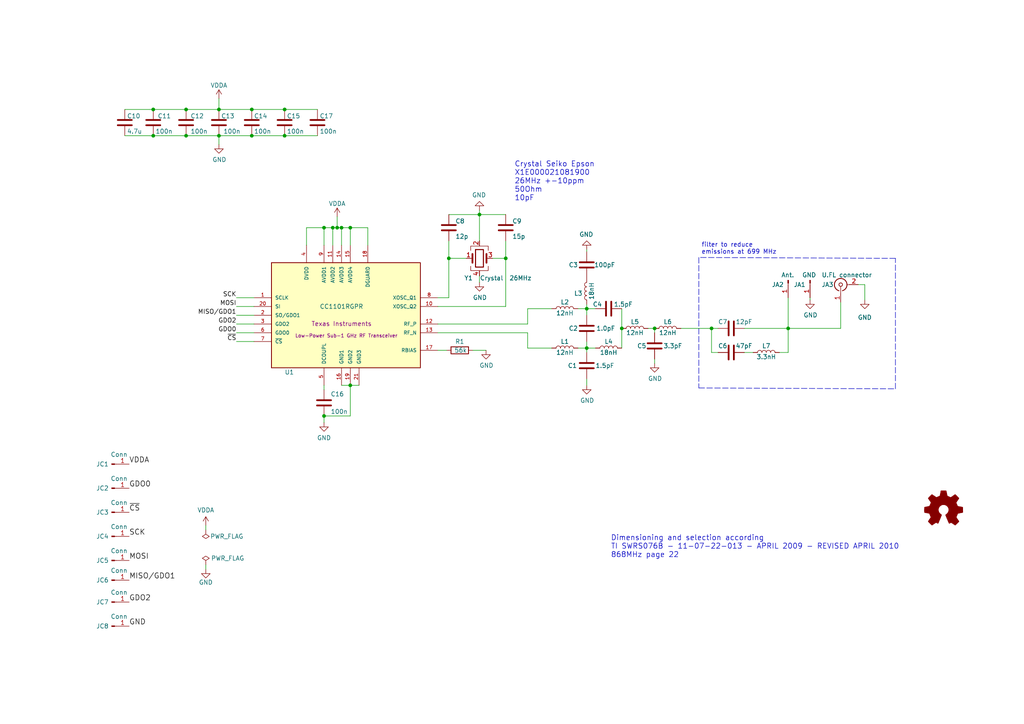
<source format=kicad_sch>
(kicad_sch (version 20211123) (generator eeschema)
  (paper "A4")
  (title_block (title "CC1101_868MHz_UFL_RF_Modul_FUEL4EP") (date "2023-08-27") (rev "1.0") (company "(C) FUEL4EP 2023") (comment 1 "fork of Jérômes CC1101_module https://github.com/jp112sdl/CC1101_Module ") (comment 2 "Creative Commons License, non-commercial") (comment 3 "for AsksinPP DIY devices") (comment 4 "868.3 MHz CC1101 RF tranceiver module prepared for JLCPCB assembly"))
  (lib_symbols
    (symbol "Connector:Conn_01x01_Male" (pin_names (offset 1.016) hide)
      (property "Reference" "J" (at 0 2.54 0))
      (property "Value" "Conn_01x01_Male" (at 0 -2.54 0))
      (symbol "Conn_01x01_Male_1_1"
        (polyline (pts (xy 1.27 0) (xy 0.8636 0)) (stroke (width 0.1524)))
        (rectangle (start 0.8636 0.127) (end 0 -0.127) (stroke (width 0.1524)) (fill (type outline)))
        (pin passive line (at 5.08 0 180) (length 3.81) (name "Pin_1") (number "1"))
      )
    )
    (symbol "Connector:Conn_Coaxial" (pin_names (offset 1.016) hide)
      (property "Reference" "J" (at 0.254 3.048 0))
      (property "Value" "Conn_Coaxial" (at 2.921 0 90))
      (symbol "Conn_Coaxial_0_1"
        (arc (start -1.778 -0.508) (mid 0.2311 -1.8066) (end 1.778 0) (stroke (width 0.254)))
        (polyline (pts (xy -2.54 0) (xy -0.508 0)))
        (polyline (pts (xy 0 -2.54) (xy 0 -1.778)))
        (circle (center 0 0) (radius 0.508) (stroke (width 0.2032)))
        (arc (start 1.778 0) (mid 0.2099 1.8101) (end -1.778 0.508) (stroke (width 0.254)))
      )
      (symbol "Conn_Coaxial_1_1"
        (pin passive line (at -5.08 0 0) (length 2.54) (name "In") (number "1"))
        (pin passive line (at 0 -5.08 90) (length 2.54) (name "Ext") (number "2"))
      )
    )
    (symbol "Device:C" (pin_numbers hide) (pin_names (offset 0.254))
      (property "Reference" "C" (at 0.635 2.54 0))
      (property "Value" "C" (at 0.635 -2.54 0))
      (symbol "C_0_1"
        (polyline (pts (xy -2.032 -0.762) (xy 2.032 -0.762)) (stroke (width 0.508)))
        (polyline (pts (xy -2.032 0.762) (xy 2.032 0.762)) (stroke (width 0.508)))
      )
      (symbol "C_1_1"
        (pin passive line (at 0 3.81 270) (length 2.794) (name "~") (number "1"))
        (pin passive line (at 0 -3.81 90) (length 2.794) (name "~") (number "2"))
      )
    )
    (symbol "Device:Crystal_GND24" (pin_names (offset 1.016) hide)
      (property "Reference" "Y" (at 3.175 5.08 0))
      (property "Value" "Crystal_GND24" (at 3.175 3.175 0))
      (symbol "Crystal_GND24_0_1"
        (rectangle (start -1.143 2.54) (end 1.143 -2.54) (stroke (width 0.3048)))
        (polyline (pts (xy -2.54 0) (xy -2.032 0)))
        (polyline (pts (xy -2.032 -1.27) (xy -2.032 1.27)) (stroke (width 0.508)))
        (polyline (pts (xy 0 -3.81) (xy 0 -3.556)))
        (polyline (pts (xy 0 3.556) (xy 0 3.81)))
        (polyline (pts (xy 2.032 -1.27) (xy 2.032 1.27)) (stroke (width 0.508)))
        (polyline (pts (xy 2.032 0) (xy 2.54 0)))
        (polyline (pts (xy -2.54 -2.286) (xy -2.54 -3.556) (xy 2.54 -3.556) (xy 2.54 -2.286)))
        (polyline (pts (xy -2.54 2.286) (xy -2.54 3.556) (xy 2.54 3.556) (xy 2.54 2.286)))
      )
      (symbol "Crystal_GND24_1_1"
        (pin passive line (at -3.81 0 0) (length 1.27) (name "1") (number "1"))
        (pin passive line (at 0 5.08 270) (length 1.27) (name "2") (number "2"))
        (pin passive line (at 3.81 0 180) (length 1.27) (name "3") (number "3"))
        (pin passive line (at 0 -5.08 90) (length 1.27) (name "4") (number "4"))
      )
    )
    (symbol "Device:L" (pin_numbers hide) (pin_names (offset 1.016) hide)
      (property "Reference" "L" (at -1.27 0 90))
      (property "Value" "L" (at 1.905 0 90))
      (symbol "L_0_1"
        (arc (start 0 -2.54) (mid 0.635 -1.905) (end 0 -1.27))
        (arc (start 0 -1.27) (mid 0.635 -0.635) (end 0 0))
        (arc (start 0 0) (mid 0.635 0.635) (end 0 1.27))
        (arc (start 0 1.27) (mid 0.635 1.905) (end 0 2.54))
      )
      (symbol "L_1_1"
        (pin passive line (at 0 3.81 270) (length 1.27) (name "1") (number "1"))
        (pin passive line (at 0 -3.81 90) (length 1.27) (name "2") (number "2"))
      )
    )
    (symbol "Device:R" (pin_numbers hide) (pin_names (offset 0))
      (property "Reference" "R" (at 2.032 0 90))
      (property "Value" "R" (at 0 0 90))
      (symbol "R_0_1"
        (rectangle (start -1.016 -2.54) (end 1.016 2.54) (stroke (width 0.254)))
      )
      (symbol "R_1_1"
        (pin passive line (at 0 3.81 270) (length 1.27) (name "~") (number "1"))
        (pin passive line (at 0 -3.81 90) (length 1.27) (name "~") (number "2"))
      )
    )
    (symbol "FUEL4EP:CC1101RGPR" (pin_names (offset 1.016))
      (property "Reference" "U" (at -20.955 -18.415 0))
      (property "Value" "CC1101RGPR" (at -6.35 2.54 0))
      (symbol "CC1101RGPR_0_0"
        (rectangle (start -20.32 -15.24) (end 22.86 15.24) (stroke (width 0.254)) (fill (type background)))
        (pin input line (at -25.4 5.08 0) (length 5.08) (name "SCLK") (number "1"))
        (pin bidirectional line (at 27.94 2.54 180) (length 5.08) (name "XOSC_Q2") (number "10"))
        (pin power_in line (at -2.54 20.32 270) (length 5.08) (name "AVDD2") (number "11"))
        (pin bidirectional line (at 27.94 -2.54 180) (length 5.08) (name "RF_P") (number "12"))
        (pin bidirectional line (at 27.94 -5.08 180) (length 5.08) (name "RF_N") (number "13"))
        (pin power_in line (at 0 20.32 270) (length 5.08) (name "AVDD3") (number "14"))
        (pin power_in line (at 2.54 20.32 270) (length 5.08) (name "AVDD4") (number "15"))
        (pin power_in line (at 0 -20.32 90) (length 5.08) (name "GND1") (number "16"))
        (pin bidirectional line (at 27.94 -10.16 180) (length 5.08) (name "RBIAS") (number "17"))
        (pin power_in line (at 7.62 20.32 270) (length 5.08) (name "DGUARD") (number "18"))
        (pin power_in line (at 2.54 -20.32 90) (length 5.08) (name "GND2") (number "19"))
        (pin bidirectional line (at -25.4 0 0) (length 5.08) (name "SO/GDO1") (number "2"))
        (pin input line (at -25.4 2.54 0) (length 5.08) (name "SI") (number "20"))
        (pin power_in line (at 5.08 -20.32 90) (length 5.08) (name "GND3") (number "21"))
        (pin output line (at -25.4 -2.54 0) (length 5.08) (name "GDO2") (number "3"))
        (pin power_in line (at -10.16 20.32 270) (length 5.08) (name "DVDD") (number "4"))
        (pin bidirectional line (at -5.08 -20.32 90) (length 5.08) (name "DCOUPL") (number "5"))
        (pin output line (at -25.4 -5.08 0) (length 5.08) (name "GDO0") (number "6"))
        (pin input line (at -25.4 -7.62 0) (length 5.08) (name "~{CS}") (number "7"))
        (pin bidirectional line (at 27.94 5.08 180) (length 5.08) (name "XOSC_Q1") (number "8"))
        (pin power_in line (at -5.08 20.32 270) (length 5.08) (name "AVDD1") (number "9"))
      )
    )
    (symbol "Graphic:Logo_Open_Hardware_Small" (pin_names (offset 1.016))
      (symbol "Logo_Open_Hardware_Small_0_1"
        (polyline (pts (xy 3.3528 -4.3434) (xy 3.302 -4.318) (xy 3.175 -4.2418) (xy 2.9972 -4.1148) (xy 2.7686 -3.9624) (xy 2.54 -3.81) (xy 2.3622 -3.7084) (xy 2.2352 -3.6068) (xy 2.1844 -3.5814) (xy 2.159 -3.6068) (xy 2.0574 -3.6576) (xy 1.905 -3.7338) (xy 1.8034 -3.7846) (xy 1.6764 -3.8354) (xy 1.6002 -3.8354) (xy 1.6002 -3.8354) (xy 1.5494 -3.7338) (xy 1.4732 -3.5306) (xy 1.3462 -3.302) (xy 1.2446 -3.0226) (xy 1.1176 -2.7178) (xy 0.9652 -2.413) (xy 0.8636 -2.1082) (xy 0.7366 -1.8288) (xy 0.6604 -1.6256) (xy 0.6096 -1.4732) (xy 0.5842 -1.397) (xy 0.5842 -1.397) (xy 0.6604 -1.3208) (xy 0.7874 -1.2446) (xy 1.0414 -1.016) (xy 1.2954 -0.6858) (xy 1.4478 -0.3302) (xy 1.524 0.0762) (xy 1.4732 0.4572) (xy 1.3208 0.8128) (xy 1.0668 1.143) (xy 0.762 1.3716) (xy 0.4064 1.524) (xy 0 1.5748) (xy -0.381 1.5494) (xy -0.7366 1.397) (xy -1.0668 1.143) (xy -1.2192 0.9906) (xy -1.397 0.6604) (xy -1.524 0.3048) (xy -1.524 0.2286) (xy -1.4986 -0.1778) (xy -1.397 -0.5334) (xy -1.1938 -0.8636) (xy -0.9144 -1.143) (xy -0.8636 -1.1684) (xy -0.7366 -1.27) (xy -0.635 -1.3462) (xy -0.5842 -1.397) (xy -1.0668 -2.5908) (xy -1.143 -2.794) (xy -1.2954 -3.1242) (xy -1.397 -3.4036) (xy -1.4986 -3.6322) (xy -1.5748 -3.7846) (xy -1.6002 -3.8354) (xy -1.6002 -3.8354) (xy -1.651 -3.8354) (xy -1.7272 -3.81) (xy -1.905 -3.7338) (xy -2.0066 -3.683) (xy -2.1336 -3.6068) (xy -2.2098 -3.5814) (xy -2.2606 -3.6068) (xy -2.3622 -3.683) (xy -2.54 -3.81) (xy -2.7686 -3.9624) (xy -2.9718 -4.0894) (xy -3.1496 -4.2164) (xy -3.302 -4.318) (xy -3.3528 -4.3434) (xy -3.3782 -4.3434) (xy -3.429 -4.318) (xy -3.5306 -4.2164) (xy -3.7084 -4.064) (xy -3.937 -3.8354) (xy -3.9624 -3.81) (xy -4.1656 -3.6068) (xy -4.318 -3.4544) (xy -4.4196 -3.3274) (xy -4.445 -3.2766) (xy -4.445 -3.2766) (xy -4.4196 -3.2258) (xy -4.318 -3.0734) (xy -4.2164 -2.8956) (xy -4.064 -2.667) (xy -3.6576 -2.0828) (xy -3.8862 -1.5494) (xy -3.937 -1.3716) (xy -4.0386 -1.1684) (xy -4.0894 -1.0414) (xy -4.1148 -0.9652) (xy -4.191 -0.9398) (xy -4.318 -0.9144) (xy -4.5466 -0.8636) (xy -4.8006 -0.8128) (xy -5.0546 -0.7874) (xy -5.2578 -0.7366) (xy -5.4356 -0.7112) (xy -5.5118 -0.6858) (xy -5.5118 -0.6858) (xy -5.5372 -0.635) (xy -5.5372 -0.5588) (xy -5.5372 -0.4318) (xy -5.5626 -0.2286) (xy -5.5626 0.0762) (xy -5.5626 0.127) (xy -5.5372 0.4064) (xy -5.5372 0.635) (xy -5.5372 0.762) (xy -5.5372 0.8382) (xy -5.5372 0.8382) (xy -5.461 0.8382) (xy -5.3086 0.889) (xy -5.08 0.9144) (xy -4.826 0.9652) (xy -4.8006 0.9906) (xy -4.5466 1.0414) (xy -4.318 1.0668) (xy -4.1656 1.1176) (xy -4.0894 1.143) (xy -4.0894 1.143) (xy -4.0386 1.2446) (xy -3.9624 1.4224) (xy -3.8608 1.6256) (xy -3.7846 1.8288) (xy -3.7084 2.0066) (xy -3.6576 2.159) (xy -3.6322 2.2098) (xy -3.6322 2.2098) (xy -3.683 2.286) (xy -3.7592 2.413) (xy -3.8862 2.5908) (xy -4.064 2.8194) (xy -4.064 2.8448) (xy -4.2164 3.0734) (xy -4.3434 3.2512) (xy -4.4196 3.3782) (xy -4.445 3.4544) (xy -4.445 3.4544) (xy -4.3942 3.5052) (xy -4.2926 3.6322) (xy -4.1148 3.81) (xy -3.937 4.0132) (xy -3.8608 4.064) (xy -3.6576 4.2926) (xy -3.5052 4.4196) (xy -3.4036 4.4958) (xy -3.3528 4.5212) (xy -3.3528 4.5212) (xy -3.302 4.4704) (xy -3.1496 4.3688) (xy -2.9718 4.2418) (xy -2.7432 4.0894) (xy -2.7178 4.0894) (xy -2.4892 3.937) (xy -2.3114 3.81) (xy -2.1844 3.7084) (xy -2.1336 3.683) (xy -2.1082 3.683) (xy -2.032 3.7084) (xy -1.8542 3.7592) (xy -1.6764 3.8354) (xy -1.4732 3.937) (xy -1.27 4.0132) (xy -1.143 4.064) (xy -1.0668 4.1148) (xy -1.0668 4.1148) (xy -1.0414 4.191) (xy -1.016 4.3434) (xy -0.9652 4.572) (xy -0.9144 4.8514) (xy -0.889 4.9022) (xy -0.8382 5.1562) (xy -0.8128 5.3848) (xy -0.7874 5.5372) (xy -0.762 5.588) (xy -0.7112 5.6134) (xy -0.5842 5.6134) (xy -0.4064 5.6134) (xy -0.1524 5.6134) (xy 0.0762 5.6134) (xy 0.3302 5.6134) (xy 0.5334 5.6134) (xy 0.6858 5.588) (xy 0.7366 5.588) (xy 0.7366 5.588) (xy 0.762 5.5118) (xy 0.8128 5.334) (xy 0.8382 5.1054) (xy 0.9144 4.826) (xy 0.9144 4.7752) (xy 0.9652 4.5212) (xy 1.016 4.2926) (xy 1.0414 4.1402) (xy 1.0668 4.0894) (xy 1.0668 4.0894) (xy 1.1938 4.0386) (xy 1.3716 3.9624) (xy 1.5748 3.8608) (xy 2.0828 3.6576) (xy 2.7178 4.0894) (xy 2.7686 4.1402) (xy 2.9972 4.2926) (xy 3.175 4.4196) (xy 3.302 4.4958) (xy 3.3782 4.5212) (xy 3.3782 4.5212) (xy 3.429 4.4704) (xy 3.556 4.3434) (xy 3.7338 4.191) (xy 3.9116 3.9878) (xy 4.064 3.8354) (xy 4.2418 3.6576) (xy 4.3434 3.556) (xy 4.4196 3.4798) (xy 4.4196 3.429) (xy 4.4196 3.4036) (xy 4.3942 3.3274) (xy 4.2926 3.2004) (xy 4.1656 2.9972) (xy 4.0132 2.794) (xy 3.8862 2.5908) (xy 3.7592 2.3876) (xy 3.6576 2.2352) (xy 3.6322 2.159) (xy 3.6322 2.1336) (xy 3.683 2.0066) (xy 3.7592 1.8288) (xy 3.8608 1.6002) (xy 4.064 1.1176) (xy 4.3942 1.0414) (xy 4.5974 1.016) (xy 4.8768 0.9652) (xy 5.1308 0.9144) (xy 5.5372 0.8382) (xy 5.5626 -0.6604) (xy 5.4864 -0.6858) (xy 5.4356 -0.6858) (xy 5.2832 -0.7366) (xy 5.0546 -0.762) (xy 4.8006 -0.8128) (xy 4.5974 -0.8636) (xy 4.3688 -0.9144) (xy 4.2164 -0.9398) (xy 4.1402 -0.9398) (xy 4.1148 -0.9652) (xy 4.064 -1.0668) (xy 3.9878 -1.2446) (xy 3.9116 -1.4478) (xy 3.81 -1.651) (xy 3.7338 -1.8542) (xy 3.683 -2.0066) (xy 3.6576 -2.0828) (xy 3.683 -2.1336) (xy 3.7846 -2.2606) (xy 3.8862 -2.4638) (xy 4.0386 -2.667) (xy 4.191 -2.8956) (xy 4.318 -3.0734) (xy 4.3942 -3.2004) (xy 4.445 -3.2766) (xy 4.4196 -3.3274) (xy 4.3434 -3.429) (xy 4.1656 -3.5814) (xy 3.937 -3.8354) (xy 3.8862 -3.8608) (xy 3.683 -4.064) (xy 3.5306 -4.2164) (xy 3.4036 -4.318) (xy 3.3528 -4.3434)) (fill (type outline)))
      )
    )
    (symbol "power:GND" (power) (pin_names (offset 0))
      (property "Value" "GND" (at 0 -3.81 0))
      (symbol "GND_0_1"
        (polyline (pts (xy 0 0) (xy 0 -1.27) (xy 1.27 -1.27) (xy 0 -2.54) (xy -1.27 -1.27) (xy 0 -1.27)))
      )
      (symbol "GND_1_1"
        (pin power_in line (at 0 0 270) (length 0) hide (name "GND") (number "1"))
      )
    )
    (symbol "power:PWR_FLAG" (power) (pin_numbers hide) (pin_names (offset 0) hide)
      (property "Value" "PWR_FLAG" (at 0 3.81 0))
      (symbol "PWR_FLAG_0_0"
        (pin power_out line (at 0 0 90) (length 0) (name "pwr") (number "1"))
      )
      (symbol "PWR_FLAG_0_1"
        (polyline (pts (xy 0 0) (xy 0 1.27) (xy -1.016 1.905) (xy 0 2.54) (xy 1.016 1.905) (xy 0 1.27)))
      )
    )
    (symbol "power:VDDA" (power) (pin_names (offset 0))
      (property "Value" "VDDA" (at 0 3.81 0))
      (symbol "VDDA_0_1"
        (polyline (pts (xy -0.762 1.27) (xy 0 2.54)))
        (polyline (pts (xy 0 0) (xy 0 2.54)))
        (polyline (pts (xy 0 2.54) (xy 0.762 1.27)))
      )
      (symbol "VDDA_1_1"
        (pin power_in line (at 0 0 90) (length 0) hide (name "VDDA") (number "1"))
      )
    )
  )
  (junction (at 73.025 31.75))
  (junction (at 101.6 66.04))
  (junction (at 63.5 39.37))
  (junction (at 44.45 39.37))
  (junction (at 82.55 31.75))
  (junction (at 97.79 66.04))
  (junction (at 93.98 66.04))
  (junction (at 53.975 39.37))
  (junction (at 146.685 74.93))
  (junction (at 228.6 95.25))
  (junction (at 63.5 31.75))
  (junction (at 180.34 95.25))
  (junction (at 44.45 31.75))
  (junction (at 170.18 100.965))
  (junction (at 73.025 39.37))
  (junction (at 82.55 39.37))
  (junction (at 130.175 74.93))
  (junction (at 93.98 120.65))
  (junction (at 99.06 66.04))
  (junction (at 206.375 95.25))
  (junction (at 189.865 95.25))
  (junction (at 139.065 62.23))
  (junction (at 101.6 111.76))
  (junction (at 53.975 31.75))
  (junction (at 96.52 66.04))
  (junction (at 170.18 89.535))
  (wire (pts (xy 139.065 62.23) (xy 130.175 62.23)))
  (wire (pts (xy 146.685 62.23) (xy 139.065 62.23)))
  (wire (pts (xy 170.18 89.535) (xy 170.18 91.44)))
  (wire (pts (xy 101.6 120.65) (xy 93.98 120.65)))
  (wire (pts (xy 73.025 31.75) (xy 82.55 31.75)))
  (wire (pts (xy 44.45 39.37) (xy 53.975 39.37)))
  (wire (pts (xy 44.45 31.75) (xy 53.975 31.75)))
  (wire (pts (xy 127 96.52) (xy 153.035 96.52)))
  (wire (pts (xy 88.9 66.04) (xy 88.9 71.12)))
  (wire (pts (xy 139.065 62.23) (xy 139.065 69.85)))
  (wire (pts (xy 97.79 66.04) (xy 99.06 66.04)))
  (wire (pts (xy 170.18 100.965) (xy 170.18 99.06)))
  (wire (pts (xy 82.55 38.735) (xy 82.55 39.37)))
  (wire (pts (xy 170.18 88.265) (xy 170.18 89.535)))
  (wire (pts (xy 139.065 60.96) (xy 139.065 62.23)))
  (wire (pts (xy 197.485 95.25) (xy 206.375 95.25)))
  (wire (pts (xy 167.64 100.965) (xy 170.18 100.965)))
  (wire (pts (xy 101.6 66.04) (xy 106.68 66.04)))
  (wire (pts (xy 189.865 95.25) (xy 189.865 96.52)))
  (wire (pts (xy 130.175 74.93) (xy 130.175 86.36)))
  (wire (pts (xy 180.34 95.25) (xy 180.34 100.965)))
  (wire (pts (xy 170.18 100.965) (xy 170.18 102.235)))
  (wire (pts (xy 208.28 102.235) (xy 206.375 102.235)))
  (wire (pts (xy 130.175 86.36) (xy 127 86.36)))
  (wire (pts (xy 63.5 28.575) (xy 63.5 31.75)))
  (polyline (pts (xy 202.692 112.522) (xy 259.715 112.776)))
  (wire (pts (xy 106.68 66.04) (xy 106.68 71.12)))
  (wire (pts (xy 99.06 66.04) (xy 99.06 71.12)))
  (wire (pts (xy 63.5 39.37) (xy 63.5 41.91)))
  (wire (pts (xy 68.58 93.98) (xy 73.66 93.98)))
  (wire (pts (xy 63.5 31.75) (xy 73.025 31.75)))
  (wire (pts (xy 250.825 82.55) (xy 250.825 86.995)))
  (wire (pts (xy 228.6 86.36) (xy 228.6 95.25)))
  (wire (pts (xy 127 93.98) (xy 153.035 93.98)))
  (polyline (pts (xy 259.715 74.93) (xy 202.692 74.676)))
  (wire (pts (xy 68.58 96.52) (xy 73.66 96.52)))
  (wire (pts (xy 59.69 163.83) (xy 59.69 165.1)))
  (wire (pts (xy 82.55 39.37) (xy 92.075 39.37)))
  (wire (pts (xy 243.84 95.25) (xy 243.84 87.63)))
  (wire (pts (xy 153.035 89.535) (xy 160.02 89.535)))
  (polyline (pts (xy 259.715 112.776) (xy 259.715 74.93)))
  (wire (pts (xy 97.79 62.865) (xy 97.79 66.04)))
  (wire (pts (xy 170.18 100.965) (xy 172.72 100.965)))
  (wire (pts (xy 153.035 93.98) (xy 153.035 89.535)))
  (wire (pts (xy 127 88.9) (xy 146.685 88.9)))
  (wire (pts (xy 153.035 100.965) (xy 160.02 100.965)))
  (wire (pts (xy 101.6 111.76) (xy 99.06 111.76)))
  (wire (pts (xy 206.375 95.25) (xy 208.28 95.25)))
  (wire (pts (xy 36.195 31.75) (xy 44.45 31.75)))
  (wire (pts (xy 248.92 82.55) (xy 250.825 82.55)))
  (wire (pts (xy 36.195 39.37) (xy 44.45 39.37)))
  (wire (pts (xy 170.18 72.39) (xy 170.18 73.025)))
  (wire (pts (xy 82.55 31.75) (xy 92.075 31.75)))
  (wire (pts (xy 130.175 69.85) (xy 130.175 74.93)))
  (wire (pts (xy 180.34 89.535) (xy 180.34 95.25)))
  (wire (pts (xy 215.9 95.25) (xy 228.6 95.25)))
  (wire (pts (xy 93.98 66.04) (xy 88.9 66.04)))
  (wire (pts (xy 53.975 39.37) (xy 63.5 39.37)))
  (wire (pts (xy 68.58 88.9) (xy 73.66 88.9)))
  (wire (pts (xy 93.98 66.04) (xy 96.52 66.04)))
  (wire (pts (xy 101.6 66.04) (xy 101.6 71.12)))
  (wire (pts (xy 228.6 102.235) (xy 226.06 102.235)))
  (wire (pts (xy 101.6 111.76) (xy 101.6 120.65)))
  (wire (pts (xy 146.685 74.93) (xy 146.685 88.9)))
  (wire (pts (xy 68.58 86.36) (xy 73.66 86.36)))
  (wire (pts (xy 68.58 99.06) (xy 73.66 99.06)))
  (wire (pts (xy 99.06 66.04) (xy 101.6 66.04)))
  (wire (pts (xy 206.375 102.235) (xy 206.375 95.25)))
  (wire (pts (xy 93.98 120.65) (xy 93.98 122.555)))
  (wire (pts (xy 96.52 66.04) (xy 96.52 71.12)))
  (wire (pts (xy 228.6 95.25) (xy 228.6 102.235)))
  (wire (pts (xy 139.065 80.01) (xy 139.065 81.915)))
  (wire (pts (xy 234.95 86.36) (xy 234.95 86.995)))
  (wire (pts (xy 218.44 102.235) (xy 215.9 102.235)))
  (wire (pts (xy 170.18 109.855) (xy 170.18 111.76)))
  (wire (pts (xy 167.64 89.535) (xy 170.18 89.535)))
  (wire (pts (xy 68.58 91.44) (xy 73.66 91.44)))
  (polyline (pts (xy 202.692 74.676) (xy 202.692 112.522)))
  (wire (pts (xy 146.685 74.93) (xy 146.685 69.85)))
  (wire (pts (xy 130.175 74.93) (xy 135.255 74.93)))
  (wire (pts (xy 101.6 111.76) (xy 104.14 111.76)))
  (wire (pts (xy 127 101.6) (xy 129.54 101.6)))
  (wire (pts (xy 96.52 66.04) (xy 97.79 66.04)))
  (wire (pts (xy 153.035 96.52) (xy 153.035 100.965)))
  (wire (pts (xy 63.5 39.37) (xy 73.025 39.37)))
  (wire (pts (xy 73.025 39.37) (xy 82.55 39.37)))
  (wire (pts (xy 142.875 74.93) (xy 146.685 74.93)))
  (wire (pts (xy 137.16 101.6) (xy 140.97 101.6)))
  (wire (pts (xy 53.975 31.75) (xy 63.5 31.75)))
  (wire (pts (xy 93.98 111.76) (xy 93.98 113.03)))
  (wire (pts (xy 228.6 95.25) (xy 243.84 95.25)))
  (wire (pts (xy 59.69 152.4) (xy 59.69 153.67)))
  (wire (pts (xy 187.96 95.25) (xy 189.865 95.25)))
  (wire (pts (xy 189.865 104.14) (xy 189.865 105.41)))
  (wire (pts (xy 170.18 89.535) (xy 172.72 89.535)))
  (wire (pts (xy 93.98 71.12) (xy 93.98 66.04)))
  (text "Dimensioning and selection according \nTI SWRS076B - 11-07-22-013 - APRIL 2009 - REVISED APRIL 2010\n868MHz page 22" (at 177.165 161.925 0) (effects (font (size 1.524 1.524)) (justify left bottom)))
  (text "filter to reduce\nemissions at 699 MHz" (at 203.454 73.914 0) (effects (font (size 1.27 1.27)) (justify left bottom)))
  (text "Crystal Seiko Epson\nX1E000021081900\n26MHz +-10ppm\n50Ohm\n10pF" (at 149.225 58.42 0) (effects (font (size 1.524 1.524)) (justify left bottom)))
  (label "MISO{slash}GDO1" (at 68.58 91.44 180))
  (label "GDO0" (at 68.58 96.52 180))
  (label "GDO2" (at 37.465 174.625 0) (effects (font (size 1.524 1.524))))
  (label "MOSI" (at 68.58 88.9 180))
  (label "GND" (at 37.465 181.61 0) (effects (font (size 1.524 1.524))))
  (label "~{CS}" (at 37.465 148.59 0) (effects (font (size 1.524 1.524))))
  (label "GDO2" (at 68.58 93.98 180))
  (label "MISO{slash}GDO1" (at 37.465 168.275 0) (effects (font (size 1.524 1.524))))
  (label "VDDA" (at 37.465 134.62 0) (effects (font (size 1.524 1.524))))
  (label "SCK" (at 68.58 86.36 180))
  (label "MOSI" (at 37.465 162.56 0) (effects (font (size 1.524 1.524))))
  (label "~{CS}" (at 68.58 99.06 180))
  (label "GDO0" (at 37.465 141.605 0) (effects (font (size 1.524 1.524))))
  (label "SCK" (at 37.465 155.575 0) (effects (font (size 1.524 1.524))))
  (symbol (lib_id "Connector:Conn_01x01_Male") (at 32.385 155.575 0) (unit 1)
    (property "Reference" "JC4" (at 29.718 155.575 0))
    (property "Value" "Conn" (at 34.544 152.781 0))
    (property "Footprint" "FUEL4EP:castellated_hole_Pitch1.27mm_Drill0.65mm_rounded" (effects hide))
  )
  (symbol (lib_id "Device:C") (at 73.025 35.56 0) (unit 1)
    (property "Reference" "C14" (at 73.66 33.655 0) (effects (justify left)))
    (property "Value" "100n" (at 73.66 38.1 0) (effects (justify left)))
    (property "Footprint" "Capacitor_SMD:C_0402_1005Metric" (effects hide))
    (property "LCSC" "C1525" (effects hide))
    (property "TYPE" "0402" (effects hide))
  )
  (symbol (lib_id "power:GND") (at 234.95 86.995 0) (unit 1)
    (property "Reference" "#PWR0103" (effects hide))
    (property "Value" "GND" (at 235.077 91.3892 0))
  )
  (symbol (lib_id "Device:C") (at 189.865 100.33 0) (mirror x) (unit 1)
    (property "Reference" "C5" (at 184.785 100.33 0) (effects (justify left)))
    (property "Value" "3.3pF" (at 192.405 100.33 0) (effects (justify left)))
    (property "Footprint" "Capacitor_SMD:C_0402_1005Metric" (effects hide))
    (property "LCSC" "C1565" (effects hide))
    (property "TYPE" "0402" (effects hide))
  )
  (symbol (lib_id "Device:L") (at 184.15 95.25 90) (unit 1)
    (property "Reference" "L5" (at 184.15 93.345 90))
    (property "Value" "12nH" (at 184.15 96.52 90))
    (property "Footprint" "Inductor_SMD:L_0402_1005Metric" (effects hide))
    (property "LCSC" "C2043991" (effects hide))
    (property "TYPE" "0402" (effects hide))
  )
  (symbol (lib_id "power:GND") (at 59.69 165.1 0) (unit 1)
    (property "Reference" "#PWR0105" (effects hide))
    (property "Value" "GND" (at 59.69 168.91 0))
  )
  (symbol (lib_id "Device:L") (at 222.25 102.235 90) (unit 1)
    (property "Reference" "L7" (at 222.25 100.33 90))
    (property "Value" "3.3nH" (at 222.25 103.505 90))
    (property "Footprint" "Inductor_SMD:L_0402_1005Metric" (effects hide))
    (property "LCSC" "C412273" (effects hide))
    (property "TYPE" "0402" (effects hide))
  )
  (symbol (lib_id "Device:C") (at 82.55 35.56 0) (unit 1)
    (property "Reference" "C15" (at 83.185 33.655 0) (effects (justify left)))
    (property "Value" "100n" (at 83.185 38.1 0) (effects (justify left)))
    (property "Footprint" "Capacitor_SMD:C_0402_1005Metric" (effects hide))
    (property "LCSC" "C1525" (effects hide))
    (property "TYPE" "0402" (effects hide))
  )
  (symbol (lib_id "Graphic:Logo_Open_Hardware_Small") (at 273.685 147.955 0) (unit 1)
    (property "Reference" "LOGO1" (effects hide))
    (property "Value" "Logo_Open_Hardware_Small" (effects hide))
    (property "Footprint" "FUEL4EP:CC-BY-ND-SA_bottom" (effects hide))
  )
  (symbol (lib_id "Device:L") (at 176.53 100.965 90) (unit 1)
    (property "Reference" "L4" (at 176.53 99.06 90))
    (property "Value" "18nH" (at 176.53 102.235 90))
    (property "Footprint" "Inductor_SMD:L_0402_1005Metric" (effects hide))
    (property "LCSC" "C908004" (effects hide))
    (property "TYPE" "0402" (effects hide))
  )
  (symbol (lib_id "Device:L") (at 170.18 84.455 180) (unit 1)
    (property "Reference" "L3" (at 166.497 85.09 0) (effects (justify right)))
    (property "Value" "18nH" (at 171.577 86.995 90) (effects (justify right)))
    (property "Footprint" "Inductor_SMD:L_0402_1005Metric" (effects hide))
    (property "LCSC" "C908004" (effects hide))
    (property "TYPE" "0402" (effects hide))
  )
  (symbol (lib_id "Device:C") (at 63.5 35.56 0) (unit 1)
    (property "Reference" "C13" (at 64.135 33.655 0) (effects (justify left)))
    (property "Value" "100n" (at 64.77 38.1 0) (effects (justify left)))
    (property "Footprint" "Capacitor_SMD:C_0402_1005Metric" (effects hide))
    (property "LCSC" "C1525" (effects hide))
    (property "TYPE" "0402" (effects hide))
  )
  (symbol (lib_id "Device:L") (at 163.83 100.965 90) (unit 1)
    (property "Reference" "L1" (at 163.83 99.06 90))
    (property "Value" "12nH" (at 163.83 102.235 90))
    (property "Footprint" "Inductor_SMD:L_0402_1005Metric" (effects hide))
    (property "LCSC" "C2043991" (effects hide))
    (property "TYPE" "0402" (effects hide))
  )
  (symbol (lib_id "power:GND") (at 140.97 101.6 0) (unit 1)
    (property "Reference" "#PWR01" (effects hide))
    (property "Value" "GND" (at 141.097 105.9942 0))
  )
  (symbol (lib_id "Device:C") (at 212.09 95.25 270) (mirror x) (unit 1)
    (property "Reference" "C7" (at 208.28 93.345 90) (effects (justify left)))
    (property "Value" "12pF" (at 213.36 93.345 90) (effects (justify left)))
    (property "Footprint" "Capacitor_SMD:C_0402_1005Metric" (effects hide))
    (property "LCSC" "C1547" (effects hide))
    (property "TYPE" "0402" (effects hide))
  )
  (symbol (lib_id "power:GND") (at 139.065 81.915 0) (unit 1)
    (property "Reference" "#PWR0101" (effects hide))
    (property "Value" "GND" (at 139.192 86.3092 0))
  )
  (symbol (lib_id "Connector:Conn_Coaxial") (at 243.84 82.55 90) (unit 1)
    (property "Reference" "JA3" (at 240.03 82.55 90))
    (property "Value" "U.FL connector" (at 245.618 79.756 90))
    (property "Footprint" "FUEL4EP:U.FL_Molex_MCRF_73412-0110_Vertical" (effects hide))
    (property "Datasheet" " ~" (effects hide))
  )
  (symbol (lib_id "Device:C") (at 212.09 102.235 270) (mirror x) (unit 1)
    (property "Reference" "C6" (at 208.28 100.33 90) (effects (justify left)))
    (property "Value" "47pF" (at 213.36 100.33 90) (effects (justify left)))
    (property "Footprint" "Capacitor_SMD:C_0402_1005Metric" (effects hide))
    (property "LCSC" "C384800" (effects hide))
    (property "TYPE" "0402" (effects hide))
  )
  (symbol (lib_id "power:GND") (at 139.065 60.96 180) (unit 1)
    (property "Reference" "#PWR02" (effects hide))
    (property "Value" "GND" (at 138.938 56.5658 0))
  )
  (symbol (lib_id "power:VDDA") (at 59.69 152.4 0) (unit 1)
    (property "Reference" "#PWR0104" (effects hide))
    (property "Value" "VDDA" (at 59.69 147.955 0))
  )
  (symbol (lib_id "power:PWR_FLAG") (at 59.69 153.67 180) (unit 1)
    (property "Reference" "#FLG0101" (effects hide))
    (property "Value" "PWR_FLAG" (at 60.96 155.575 0) (effects (justify right)))
  )
  (symbol (lib_id "power:GND") (at 189.865 105.41 0) (unit 1)
    (property "Reference" "#PWR07" (effects hide))
    (property "Value" "GND" (at 189.992 109.8042 0))
  )
  (symbol (lib_id "power:VDDA") (at 63.5 28.575 0) (unit 1)
    (property "Reference" "#PWR08" (effects hide))
    (property "Value" "VDDA" (at 63.5 24.765 0))
  )
  (symbol (lib_id "Connector:Conn_01x01_Male") (at 32.385 148.59 0) (unit 1)
    (property "Reference" "JC3" (at 29.718 148.59 0))
    (property "Value" "Conn" (at 34.544 145.796 0))
    (property "Footprint" "FUEL4EP:castellated_hole_Pitch1.27mm_Drill0.65mm_rounded" (effects hide))
  )
  (symbol (lib_id "power:VDDA") (at 97.79 62.865 0) (unit 1)
    (property "Reference" "#PWR011" (effects hide))
    (property "Value" "VDDA" (at 97.79 59.055 0))
  )
  (symbol (lib_id "FUEL4EP:CC1101RGPR") (at 99.06 91.44 0) (unit 1)
    (property "Reference" "U1" (at 82.55 107.95 0) (effects (justify left)))
    (property "Value" "CC1101RGPR" (at 92.71 88.9 0) (effects (justify left)))
    (property "Footprint" "Package_DFN_QFN:Texas_S-PVQFN-N20_EP2.4x2.4mm_ThermalVias" (effects hide))
    (property "Datasheet" "https://www.ti.com/lit/ds/symlink/cc1101.pdf" (effects hide))
    (property "MF" "Texas Instruments" (at 99.06 94.615 0) (effects (justify bottom)))
    (property "Description" "Low-Power Sub-1 GHz RF Transceiver" (at 100.457 97.917 0) (effects (font (size 1 1)) (justify bottom)))
    (property "Package" "QFN-20-EP(4x4)" (effects hide))
    (property "LCSC" "C29953" (effects hide))
    (property "TYPE" "QFN-20-EP(4x4)" (effects hide))
  )
  (symbol (lib_id "power:GND") (at 93.98 122.555 0) (unit 1)
    (property "Reference" "#PWR010" (effects hide))
    (property "Value" "GND" (at 93.98 127 0))
  )
  (symbol (lib_id "Device:C") (at 93.98 116.84 0) (unit 1)
    (property "Reference" "C16" (at 95.885 114.3 0) (effects (justify left)))
    (property "Value" "100n" (at 95.885 119.38 0) (effects (justify left)))
    (property "Footprint" "Capacitor_SMD:C_0402_1005Metric" (effects hide))
    (property "LCSC" "C1525" (effects hide))
    (property "TYPE" "0402" (effects hide))
  )
  (symbol (lib_id "Device:C") (at 53.975 35.56 0) (unit 1)
    (property "Reference" "C12" (at 55.245 33.655 0) (effects (justify left)))
    (property "Value" "100n" (at 55.245 38.1 0) (effects (justify left)))
    (property "Footprint" "Capacitor_SMD:C_0402_1005Metric" (effects hide))
    (property "LCSC" "C1525" (effects hide))
    (property "TYPE" "0402" (effects hide))
  )
  (symbol (lib_id "Device:C") (at 36.195 35.56 0) (unit 1)
    (property "Reference" "C10" (at 36.83 33.655 0) (effects (justify left)))
    (property "Value" "4.7u" (at 36.83 38.1 0) (effects (justify left)))
    (property "Footprint" "Capacitor_SMD:C_0402_1005Metric" (effects hide))
    (property "LCSC" "C23733" (effects hide))
    (property "TYPE" "0402" (effects hide))
  )
  (symbol (lib_id "power:GND") (at 170.18 72.39 180) (unit 1)
    (property "Reference" "#PWR05" (effects hide))
    (property "Value" "GND" (at 170.053 67.9958 0))
  )
  (symbol (lib_id "Connector:Conn_01x01_Male") (at 32.385 141.605 0) (unit 1)
    (property "Reference" "JC2" (at 29.718 141.605 0))
    (property "Value" "Conn" (at 34.544 138.811 0))
    (property "Footprint" "FUEL4EP:castellated_hole_Pitch1.27mm_Drill0.65mm_rounded" (effects hide))
  )
  (symbol (lib_id "power:GND") (at 170.18 111.76 0) (unit 1)
    (property "Reference" "#PWR06" (effects hide))
    (property "Value" "GND" (at 170.307 116.1542 0))
  )
  (symbol (lib_id "power:PWR_FLAG") (at 59.69 163.83 0) (unit 1)
    (property "Reference" "#FLG0102" (effects hide))
    (property "Value" "PWR_FLAG" (at 66.04 161.925 0))
  )
  (symbol (lib_id "Device:C") (at 130.175 66.04 0) (unit 1)
    (property "Reference" "C8" (at 132.08 64.135 0) (effects (justify left)))
    (property "Value" "12p" (at 132.08 68.58 0) (effects (justify left)))
    (property "Footprint" "Capacitor_SMD:C_0402_1005Metric" (effects hide))
    (property "LCSC" "C1547" (effects hide))
    (property "TYPE" "0402" (effects hide))
  )
  (symbol (lib_id "Device:Crystal_GND24") (at 139.065 74.93 0) (unit 1)
    (property "Reference" "Y1" (at 135.89 80.645 0))
    (property "Value" "Crystal  26MHz" (at 146.685 80.645 0))
    (property "Footprint" "Crystal:Crystal_SMD_3225-4Pin_3.2x2.5mm" (effects hide))
    (property "Datasheet" "https://datasheet.lcsc.com/lcsc/2304140030_Seiko-Epson-X1E000021081900_C91747.pdf" (effects hide))
    (property "LCSC" "C91747" (effects hide))
    (property "TYPE" "SMD3225-4P" (effects hide))
  )
  (symbol (lib_id "Device:L") (at 163.83 89.535 90) (unit 1)
    (property "Reference" "L2" (at 163.83 87.63 90))
    (property "Value" "12nH" (at 163.83 90.805 90))
    (property "Footprint" "Inductor_SMD:L_0402_1005Metric" (effects hide))
    (property "LCSC" "C2043991" (effects hide))
    (property "TYPE" "0402" (effects hide))
  )
  (symbol (lib_id "Device:C") (at 44.45 35.56 0) (unit 1)
    (property "Reference" "C11" (at 45.72 33.655 0) (effects (justify left)))
    (property "Value" "100n" (at 45.085 38.1 0) (effects (justify left)))
    (property "Footprint" "Capacitor_SMD:C_0402_1005Metric" (effects hide))
    (property "LCSC" "C1525" (effects hide))
    (property "TYPE" "0402" (effects hide))
  )
  (symbol (lib_id "power:GND") (at 63.5 41.91 0) (unit 1)
    (property "Reference" "#PWR09" (effects hide))
    (property "Value" "GND" (at 63.627 46.3042 0))
  )
  (symbol (lib_id "Device:C") (at 170.18 95.25 0) (mirror y) (unit 1)
    (property "Reference" "C2" (at 167.64 95.25 0) (effects (justify left)))
    (property "Value" "1.0pF" (at 178.435 95.25 0) (effects (justify left)))
    (property "Footprint" "Capacitor_SMD:C_0402_1005Metric" (effects hide))
    (property "LCSC" "C710646" (effects hide))
    (property "TYPE" "0402" (effects hide))
  )
  (symbol (lib_id "Device:C") (at 170.18 106.045 0) (mirror y) (unit 1)
    (property "Reference" "C1" (at 167.386 106.045 0) (effects (justify left)))
    (property "Value" "1.5pF" (at 178.181 106.045 0) (effects (justify left)))
    (property "Footprint" "Capacitor_SMD:C_0402_1005Metric" (effects hide))
    (property "LCSC" "C76901" (effects hide))
    (property "TYPE" "0402" (effects hide))
  )
  (symbol (lib_id "Connector:Conn_01x01_Male") (at 228.6 81.28 270) (unit 1)
    (property "Reference" "JA2" (at 227.33 82.55 90) (effects (justify right)))
    (property "Value" "Ant." (at 230.378 79.756 90) (effects (justify right)))
    (property "Footprint" "FUEL4EP:castellated_short_hole_Pitch2.28mm_Drill0.8mm" (effects hide))
  )
  (symbol (lib_id "Device:C") (at 170.18 76.835 0) (mirror y) (unit 1)
    (property "Reference" "C3" (at 167.64 76.835 0) (effects (justify left)))
    (property "Value" "100pF" (at 178.435 76.835 0) (effects (justify left)))
    (property "Footprint" "Capacitor_SMD:C_0402_1005Metric" (effects hide))
    (property "LCSC" "C1546" (effects hide))
    (property "TYPE" "0402" (effects hide))
  )
  (symbol (lib_id "Connector:Conn_01x01_Male") (at 32.385 174.625 0) (unit 1)
    (property "Reference" "JC7" (at 29.718 174.625 0))
    (property "Value" "Conn" (at 34.544 171.831 0))
    (property "Footprint" "FUEL4EP:castellated_hole_Pitch1.27mm_Drill0.65mm_rounded" (effects hide))
  )
  (symbol (lib_id "Device:C") (at 92.075 35.56 0) (unit 1)
    (property "Reference" "C17" (at 92.71 33.655 0) (effects (justify left)))
    (property "Value" "100n" (at 92.71 38.1 0) (effects (justify left)))
    (property "Footprint" "Capacitor_SMD:C_0402_1005Metric" (effects hide))
    (property "LCSC" "C1525" (effects hide))
    (property "TYPE" "0402" (effects hide))
  )
  (symbol (lib_id "Connector:Conn_01x01_Male") (at 32.385 168.275 0) (unit 1)
    (property "Reference" "JC6" (at 29.718 168.275 0))
    (property "Value" "Conn" (at 34.544 165.481 0))
    (property "Footprint" "FUEL4EP:castellated_hole_Pitch1.27mm_Drill0.65mm_rounded" (effects hide))
  )
  (symbol (lib_id "Device:L") (at 193.675 95.25 90) (unit 1)
    (property "Reference" "L6" (at 193.675 93.345 90))
    (property "Value" "12nH" (at 193.675 96.52 90))
    (property "Footprint" "Inductor_SMD:L_0402_1005Metric" (effects hide))
    (property "LCSC" "C2043991" (effects hide))
    (property "TYPE" "0402" (effects hide))
  )
  (symbol (lib_id "Connector:Conn_01x01_Male") (at 32.385 134.62 0) (unit 1)
    (property "Reference" "JC1" (at 29.718 134.62 0))
    (property "Value" "Conn" (at 34.544 131.826 0))
    (property "Footprint" "FUEL4EP:castellated_hole_Pitch1.27mm_Drill0.65mm" (effects hide))
  )
  (symbol (lib_id "power:GND") (at 250.825 86.995 0) (unit 1)
    (property "Reference" "#PWR0102" (effects hide))
    (property "Value" "GND" (at 250.825 92.075 0))
  )
  (symbol (lib_id "Connector:Conn_01x01_Male") (at 32.385 181.61 0) (unit 1)
    (property "Reference" "JC8" (at 29.718 181.61 0))
    (property "Value" "Conn" (at 34.544 178.816 0))
    (property "Footprint" "FUEL4EP:castellated_hole_Pitch1.27mm_Drill0.65mm_rounded" (effects hide))
  )
  (symbol (lib_id "Connector:Conn_01x01_Male") (at 32.385 162.56 0) (unit 1)
    (property "Reference" "JC5" (at 29.718 162.56 0))
    (property "Value" "Conn" (at 34.544 159.766 0))
    (property "Footprint" "FUEL4EP:castellated_hole_Pitch1.27mm_Drill0.65mm_rounded" (effects hide))
  )
  (symbol (lib_id "Connector:Conn_01x01_Male") (at 234.95 81.28 270) (unit 1)
    (property "Reference" "JA1" (at 233.68 82.55 90) (effects (justify right)))
    (property "Value" "GND" (at 236.728 79.756 90) (effects (justify right)))
    (property "Footprint" "FUEL4EP:castellated_short_hole_Pitch2.28mm_Drill0.8mm" (effects hide))
  )
  (symbol (lib_id "Device:C") (at 146.685 66.04 0) (unit 1)
    (property "Reference" "C9" (at 148.59 64.135 0) (effects (justify left)))
    (property "Value" "15p" (at 148.59 68.58 0) (effects (justify left)))
    (property "Footprint" "Capacitor_SMD:C_0402_1005Metric" (effects hide))
    (property "LCSC" "C2169087" (effects hide))
    (property "TYPE" "0402" (effects hide))
  )
  (symbol (lib_id "Device:C") (at 176.53 89.535 90) (mirror x) (unit 1)
    (property "Reference" "C4" (at 174.625 88.265 90) (effects (justify left)))
    (property "Value" "1.5pF" (at 183.515 88.265 90) (effects (justify left)))
    (property "Footprint" "Capacitor_SMD:C_0402_1005Metric" (effects hide))
    (property "LCSC" "C76901" (effects hide))
    (property "TYPE" "0402" (effects hide))
  )
  (symbol (lib_id "Device:R") (at 133.35 101.6 270) (unit 1)
    (property "Reference" "R1" (at 133.35 99.06 90))
    (property "Value" "56k" (at 133.604 101.6 90))
    (property "Footprint" "Resistor_SMD:R_0402_1005Metric" (effects hide))
    (property "LCSC" "C25796" (effects hide))
    (property "TYPE" "0402" (effects hide))
  )
)
</source>
